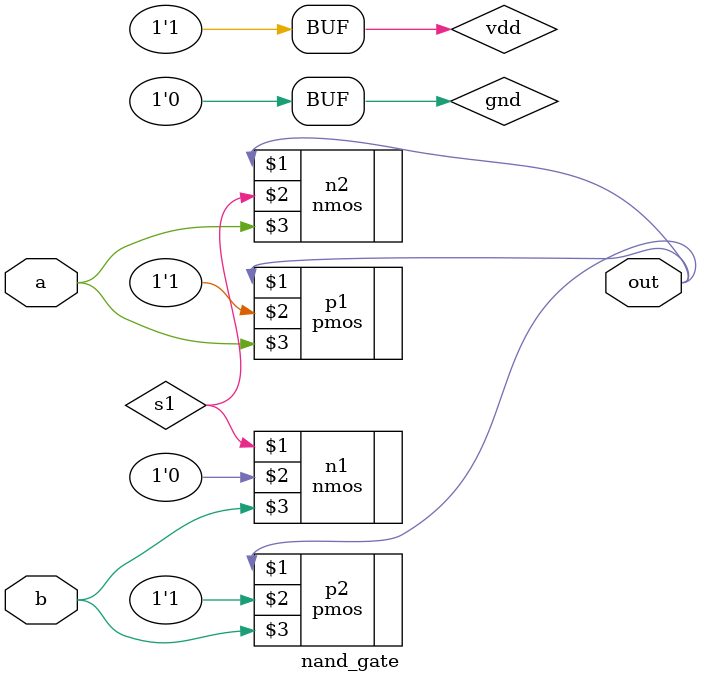
<source format=v>
module nand_gate(out,a,b);
  input a,b;
  output out;
  wire s1;
  supply1 vdd;
  supply0 gnd;
  nmos n1(s1,gnd,b);
  nmos n2(out,s1,a);
  pmos p1(out,vdd,a);
  pmos p2(out,vdd,b);
  
  
endmodule

</source>
